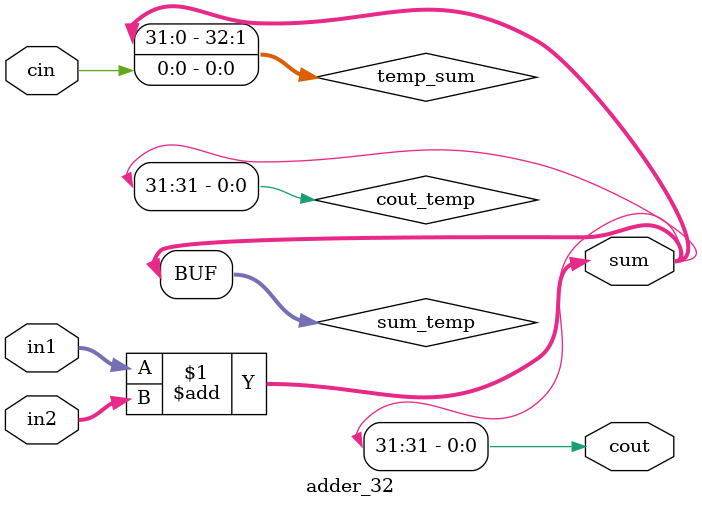
<source format=v>
module adder_32(output [31:0] sum,
                      output cout,
                      input [31:0] in1, in2,
                      input cin);
  //internal variables
  wire [31:0] sum_temp;
  wire [32:0] temp_sum;
  wire cout_temp;
  //add
  assign sum_temp = in1 + in2;
  //check if the carry-in is equal to the carry-out from the previous adder
  assign temp_sum = {sum_temp, cin};
  assign cout_temp = temp_sum[32];
  //assign outputs
  assign sum = sum_temp[31:0];
  assign cout = cout_temp;
endmodule
</source>
